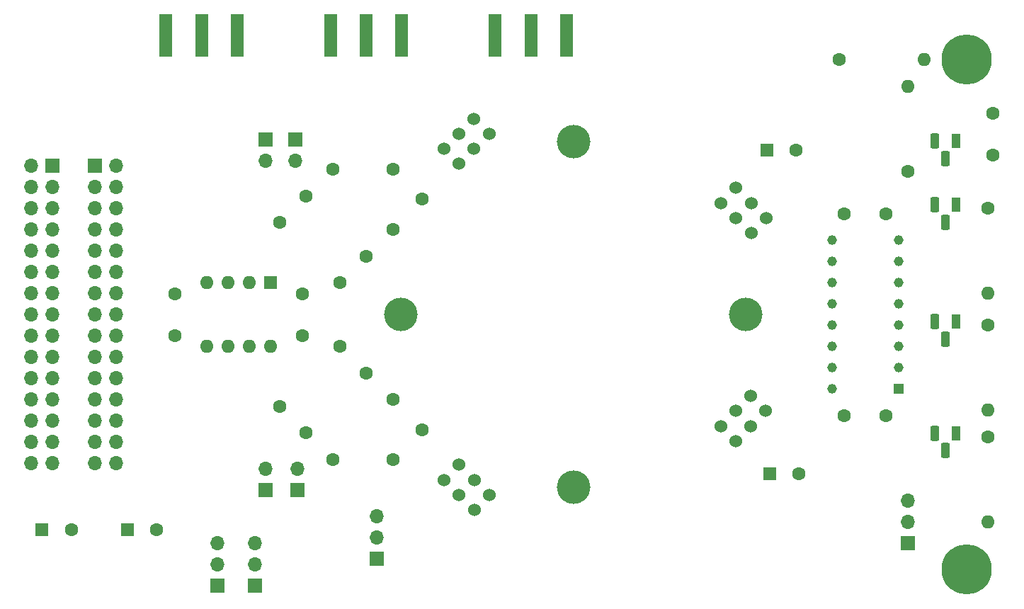
<source format=gbs>
G04 #@! TF.GenerationSoftware,KiCad,Pcbnew,7.0.6*
G04 #@! TF.CreationDate,2023-10-13T18:47:00+03:00*
G04 #@! TF.ProjectId,colorimeter-2,636f6c6f-7269-46d6-9574-65722d322e6b,rev?*
G04 #@! TF.SameCoordinates,Original*
G04 #@! TF.FileFunction,Soldermask,Bot*
G04 #@! TF.FilePolarity,Negative*
%FSLAX46Y46*%
G04 Gerber Fmt 4.6, Leading zero omitted, Abs format (unit mm)*
G04 Created by KiCad (PCBNEW 7.0.6) date 2023-10-13 18:47:00*
%MOMM*%
%LPD*%
G01*
G04 APERTURE LIST*
G04 Aperture macros list*
%AMRoundRect*
0 Rectangle with rounded corners*
0 $1 Rounding radius*
0 $2 $3 $4 $5 $6 $7 $8 $9 X,Y pos of 4 corners*
0 Add a 4 corners polygon primitive as box body*
4,1,4,$2,$3,$4,$5,$6,$7,$8,$9,$2,$3,0*
0 Add four circle primitives for the rounded corners*
1,1,$1+$1,$2,$3*
1,1,$1+$1,$4,$5*
1,1,$1+$1,$6,$7*
1,1,$1+$1,$8,$9*
0 Add four rect primitives between the rounded corners*
20,1,$1+$1,$2,$3,$4,$5,0*
20,1,$1+$1,$4,$5,$6,$7,0*
20,1,$1+$1,$6,$7,$8,$9,0*
20,1,$1+$1,$8,$9,$2,$3,0*%
%AMHorizOval*
0 Thick line with rounded ends*
0 $1 width*
0 $2 $3 position (X,Y) of the first rounded end (center of the circle)*
0 $4 $5 position (X,Y) of the second rounded end (center of the circle)*
0 Add line between two ends*
20,1,$1,$2,$3,$4,$5,0*
0 Add two circle primitives to create the rounded ends*
1,1,$1,$2,$3*
1,1,$1,$4,$5*%
G04 Aperture macros list end*
%ADD10R,1.600000X1.600000*%
%ADD11C,1.600000*%
%ADD12O,1.600000X1.600000*%
%ADD13HorizOval,1.600000X0.000000X0.000000X0.000000X0.000000X0*%
%ADD14R,1.700000X1.700000*%
%ADD15O,1.700000X1.700000*%
%ADD16C,1.524000*%
%ADD17C,6.000000*%
%ADD18R,1.160000X1.160000*%
%ADD19C,1.160000*%
%ADD20R,1.100000X1.800000*%
%ADD21RoundRect,0.275000X0.275000X0.625000X-0.275000X0.625000X-0.275000X-0.625000X0.275000X-0.625000X0*%
%ADD22C,4.000000*%
%ADD23HorizOval,1.600000X0.000000X0.000000X0.000000X0.000000X0*%
%ADD24R,1.500000X5.080000*%
G04 APERTURE END LIST*
D10*
X45766974Y-108321974D03*
D11*
X49266974Y-108321974D03*
D10*
X62855000Y-78750000D03*
D12*
X60315000Y-78750000D03*
X57775000Y-78750000D03*
X55235000Y-78750000D03*
X55235000Y-86370000D03*
X57775000Y-86370000D03*
X60315000Y-86370000D03*
X62855000Y-86370000D03*
D11*
X149225000Y-63500000D03*
X149225000Y-58500000D03*
X63935795Y-71555795D03*
D13*
X71120000Y-78740000D03*
D14*
X65840795Y-61595000D03*
D15*
X65840795Y-64135000D03*
D11*
X70285795Y-65205795D03*
D13*
X77470000Y-72390000D03*
D10*
X122172349Y-62865000D03*
D11*
X125672349Y-62865000D03*
D14*
X36825000Y-64775000D03*
D15*
X34285000Y-64775000D03*
X36825000Y-67315000D03*
X34285000Y-67315000D03*
X36825000Y-69855000D03*
X34285000Y-69855000D03*
X36825000Y-72395000D03*
X34285000Y-72395000D03*
X36825000Y-74935000D03*
X34285000Y-74935000D03*
X36825000Y-77475000D03*
X34285000Y-77475000D03*
X36825000Y-80015000D03*
X34285000Y-80015000D03*
X36825000Y-82555000D03*
X34285000Y-82555000D03*
X36825000Y-85095000D03*
X34285000Y-85095000D03*
X36825000Y-87635000D03*
X34285000Y-87635000D03*
X36825000Y-90175000D03*
X34285000Y-90175000D03*
X36825000Y-92715000D03*
X34285000Y-92715000D03*
X36825000Y-95255000D03*
X34285000Y-95255000D03*
X36825000Y-97795000D03*
X34285000Y-97795000D03*
X36825000Y-100335000D03*
X34285000Y-100335000D03*
D11*
X136471680Y-70485000D03*
X131471680Y-70485000D03*
X67110795Y-68380795D03*
D13*
X74295000Y-75565000D03*
D14*
X66040000Y-103505000D03*
D15*
X66040000Y-100965000D03*
D11*
X51435000Y-85050000D03*
X51435000Y-80050000D03*
D16*
X85417946Y-100521929D03*
X83621895Y-102317980D03*
X87213997Y-102317980D03*
X85417946Y-104114031D03*
X89010048Y-104114031D03*
X87213997Y-105910082D03*
D14*
X41905000Y-64775000D03*
D15*
X44445000Y-64775000D03*
X41905000Y-67315000D03*
X44445000Y-67315000D03*
X41905000Y-69855000D03*
X44445000Y-69855000D03*
X41905000Y-72395000D03*
X44445000Y-72395000D03*
X41905000Y-74935000D03*
X44445000Y-74935000D03*
X41905000Y-77475000D03*
X44445000Y-77475000D03*
X41905000Y-80015000D03*
X44445000Y-80015000D03*
X41905000Y-82555000D03*
X44445000Y-82555000D03*
X41905000Y-85095000D03*
X44445000Y-85095000D03*
X41905000Y-87635000D03*
X44445000Y-87635000D03*
X41905000Y-90175000D03*
X44445000Y-90175000D03*
X41905000Y-92715000D03*
X44445000Y-92715000D03*
X41905000Y-95255000D03*
X44445000Y-95255000D03*
X41905000Y-97795000D03*
X44445000Y-97795000D03*
X41905000Y-100335000D03*
X44445000Y-100335000D03*
D17*
X146050000Y-52070000D03*
D18*
X137941680Y-91440000D03*
D19*
X137941680Y-88900000D03*
X137941680Y-86360000D03*
X137941680Y-83820000D03*
X137941680Y-81280000D03*
X137941680Y-78740000D03*
X137941680Y-76200000D03*
X137941680Y-73660000D03*
X130001680Y-73660000D03*
X130001680Y-76200000D03*
X130001680Y-78740000D03*
X130001680Y-81280000D03*
X130001680Y-83820000D03*
X130001680Y-86360000D03*
X130001680Y-88900000D03*
X130001680Y-91440000D03*
D11*
X148590000Y-83820000D03*
D12*
X148590000Y-93980000D03*
D20*
X144780000Y-96755000D03*
D21*
X143510000Y-98825000D03*
X142240000Y-96755000D03*
D16*
X122118533Y-71011052D03*
X120322482Y-72807103D03*
X118526430Y-71011052D03*
X116730379Y-69215000D03*
X120322482Y-69215000D03*
X118526430Y-67418949D03*
D22*
X99060000Y-103197518D03*
X78412482Y-82550000D03*
X99060000Y-61902482D03*
X119707518Y-82550000D03*
D11*
X139065000Y-65405001D03*
D12*
X139065000Y-55245001D03*
D11*
X130810000Y-52070000D03*
D12*
X140970000Y-52070000D03*
D14*
X60960000Y-114934999D03*
D15*
X60960000Y-112394999D03*
X60960000Y-109854999D03*
D20*
X144780000Y-83420000D03*
D21*
X143510000Y-85490000D03*
X142240000Y-83420000D03*
D11*
X77470000Y-99894205D03*
X81005534Y-96358671D03*
D16*
X88989584Y-60960000D03*
X87193533Y-59163949D03*
X87193533Y-62756051D03*
X85397482Y-60960000D03*
X85397482Y-64552102D03*
X83601431Y-62756051D03*
D11*
X70285795Y-99894205D03*
D23*
X77470000Y-92710000D03*
D20*
X144780000Y-69450000D03*
D21*
X143510000Y-71520000D03*
X142240000Y-69450000D03*
D11*
X67110795Y-96719205D03*
D23*
X74295000Y-89535000D03*
D20*
X144780000Y-61830000D03*
D21*
X143510000Y-63900000D03*
X142240000Y-61830000D03*
D14*
X75565000Y-111760000D03*
D15*
X75565000Y-109220000D03*
X75565000Y-106680000D03*
D11*
X63935795Y-93544205D03*
D23*
X71120000Y-86360000D03*
D16*
X118490022Y-97677615D03*
X116693971Y-95881564D03*
X118490022Y-94085512D03*
X120286074Y-92289461D03*
X120286074Y-95881564D03*
X122082125Y-94085512D03*
D14*
X62230000Y-103505000D03*
D15*
X62230000Y-100965000D03*
D10*
X35549323Y-108321974D03*
D11*
X39049323Y-108321974D03*
X66675000Y-85050000D03*
X66675000Y-80050000D03*
X148590000Y-69850001D03*
D12*
X148590000Y-80010001D03*
D11*
X148590000Y-97155000D03*
D12*
X148590000Y-107315000D03*
D14*
X62230000Y-61595000D03*
D15*
X62230000Y-64135000D03*
D11*
X77470000Y-65205795D03*
X81005534Y-68741329D03*
D10*
X122555000Y-101600000D03*
D11*
X126055000Y-101600000D03*
D14*
X56515000Y-114935000D03*
D15*
X56515000Y-112395000D03*
X56515000Y-109855000D03*
D14*
X139065000Y-109855000D03*
D15*
X139065000Y-107315000D03*
X139065000Y-104775000D03*
D17*
X146050000Y-113030000D03*
D11*
X131471680Y-94614999D03*
X136471680Y-94614999D03*
D24*
X54610000Y-49177500D03*
X50360000Y-49177500D03*
X58860000Y-49177500D03*
X93980000Y-49177500D03*
X89730000Y-49177500D03*
X98230000Y-49177500D03*
X74295000Y-49177500D03*
X70045000Y-49177500D03*
X78545000Y-49177500D03*
M02*

</source>
